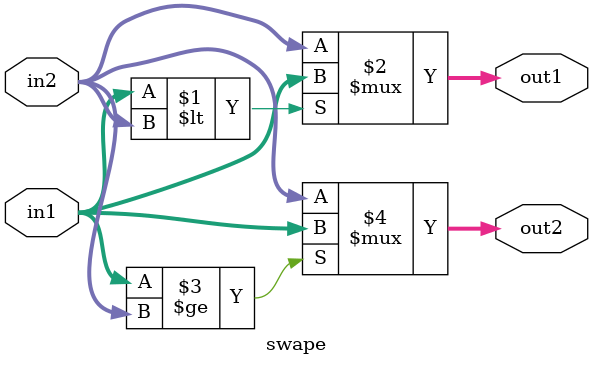
<source format=v>

module swape(in1,in2,out1,out2);

input [7:0] in1,in2;
output [7:0] out1,out2;

assign out1 = (in1<in2)?in1:in2;
assign out2 = (in1>=in2)?in1:in2;


endmodule
</source>
